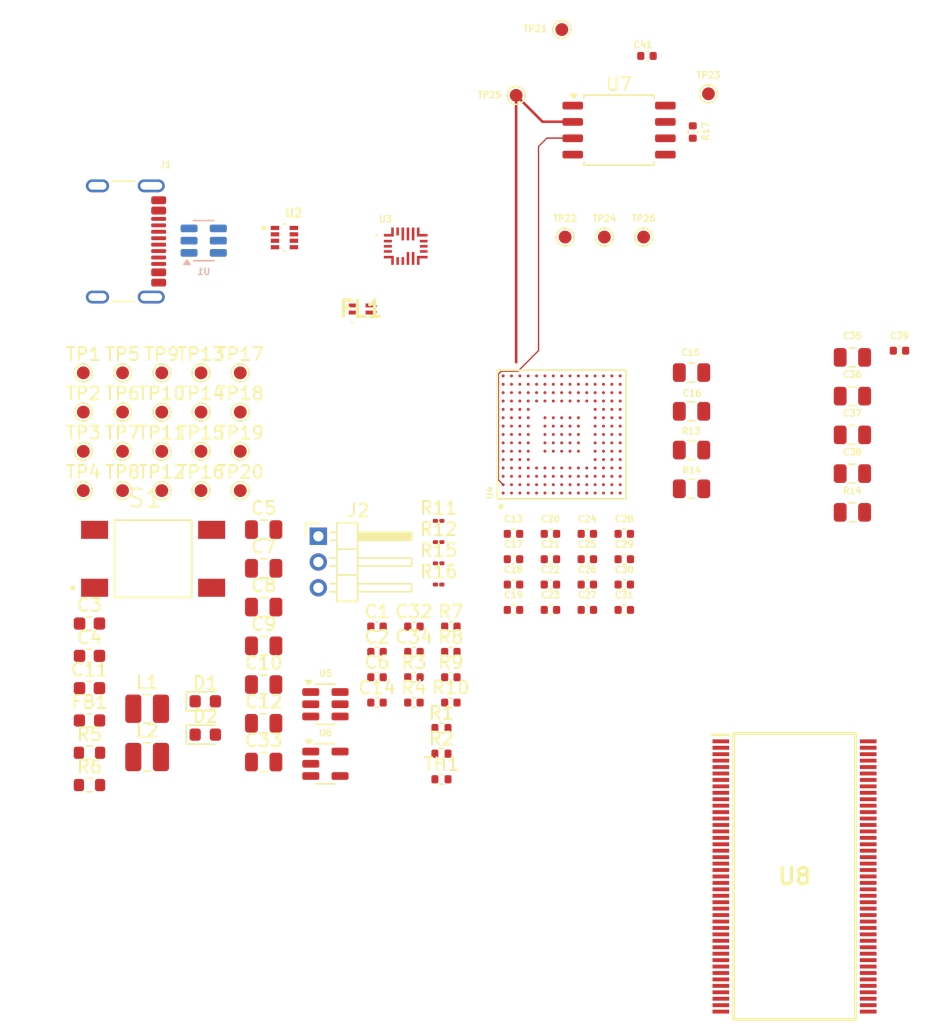
<source format=kicad_pcb>
(kicad_pcb (version 20240108) (generator "pcbnew") (generator_version "8.0")
  (layers (0 "F.Cu" signal) (1 "In1.Cu" signal) (2 "In2.Cu" signal) (3 "In3.Cu" signal) (4 "In4.Cu" signal) (5 "In5.Cu" signal) (6 "In6.Cu" signal) (31 "B.Cu" signal) (34 "B.Paste" user) (35 "F.Paste" user) (36 "B.SilkS" user "B.Silkscreen") (37 "F.SilkS" user "F.Silkscreen") (38 "B.Mask" user) (39 "F.Mask" user) (44 "Edge.Cuts" user))
  (net 0 "")
  (net 1 "/Power/VBUS+")
  (net 2 "GND")
  (net 3 "/Power/UP_USB_D-")
  (net 5 "/Power/UP_USB_D+")
  (net 6 "Net-(J1-CC1)")
  (net 7 "Net-(J1-CC2)")
  (net 9 "Net-(U2-EN)")
  (net 10 "Net-(C2-Pad1)")
  (net 11 "Net-(U2-LX1)")
  (net 12 "Net-(U2-LX2)")
  (net 13 "Net-(U2-FB)")
  (net 14 "+VSW")
  (net 15 "+3.3V")
  (net 16 "/Power/P0_USB_D+")
  (net 17 "/MCU/P1_USB_D-")
  (net 18 "/MCU/P1_USB_D+")
  (net 19 "/Power/P0_USB_D-")
  (net 20 "Net-(U3-SW)")
  (net 21 "Net-(U3-BTST)")
  (net 22 "Net-(U3-REGN)")
  (net 23 "+5V")
  (net 24 "Net-(U3-PMID)")
  (net 25 "+BATT")
  (net 26 "Net-(D1-A)")
  (net 27 "Net-(D1-K)")
  (net 28 "Net-(D2-K)")
  (net 29 "Net-(D2-A)")
  (net 30 "/Power/BQ25620_SCK")
  (net 31 "/Power/BQ25620_SDA")
  (net 32 "/Power/~{BQ25620_INT}")
  (net 33 "/Power/~{BQ25620_CE}")
  (net 36 "Net-(J2-Pin_2)")
  (net 37 "Net-(U4-NRST)")
  (net 41 "Net-(C15-Pad2)")
  (net 46 "Net-(C16-Pad2)")
  (net 53 "/MCU/FMC_A1")
  (net 58 "Net-(U4-BOOT0)")
  (net 59 "/MCU/QUADSPI_BK1_NCS")
  (net 74 "/MCU/QUADSPI_CLK")
  (net 78 "/MCU/QUADSPI_BK1_IO3")
  (net 84 "/MCU/QUADSPI_BK1_IO2")
  (net 98 "/MCU/FMC_A6")
  (net 106 "Net-(U4-PB11)")
  (net 121 "/MCU/FMC_A0")
  (net 125 "/MCU/FMC_A11")
  (net 133 "/MCU/QUADSPI_BK1_IO1")
  (net 171 "/MCU/QUADSPI_BK1_IO0")
  (net 180 "/Power/BATT_FET_FLAG")
  (net 181 "Net-(U5-In)")
  (net 182 "Net-(U5-Clear)")
  (net 184 "Net-(U5-~{Out})")
  (net 193 "/MCU/FMC_A8")
  (net 195 "/MCU/FMC_A2")
  (net 214 "/MCU/FMC_A5")
  (net 228 "/MCU/FMC_A10")
  (net 234 "/MCU/FMC_A3")
  (net 251 "/MCU/FMC_A7")
  (net 258 "/MCU/FMC_A9")
  (net 260 "/MCU/FMC_A4")
  (footprint "Resistor_SMD:R_01005_0402Metric" (layer "F.Cu") (at 120.775 70.32)
    (property "Reference" "R16")
    (property "Value" "10k")
  )
  (footprint "TestPoint:TestPoint_Pad_D1.0mm" (layer "F.Cu") (at 105.355 63.02)
    (property "Reference" "TP20")
    (property "Value" "TestPoint")
  )
  (footprint "TestPoint:TestPoint_Pad_D1.0mm" (layer "F.Cu") (at 96.205 59.97)
    (property "Reference" "TP7")
    (property "Value" "TestPoint")
  )
  (footprint "Capacitor_SMD:C_0402_1005Metric" (layer "F.Cu") (at 132.335 70.32)
    (property "Reference" "C26")
    (property "Value" "100n")
  )
  (footprint "Capacitor_SMD:C_0402_1005Metric" (layer "F.Cu") (at 121.725 75.55)
    (property "Reference" "R8")
    (property "Value" "4,7k")
  )
  (footprint "Resistor_SMD:R_0603_1608Metric" (layer "F.Cu") (at 93.635 85.9)
    (property "Reference" "R6")
    (property "Value" "511k")
  )
  (footprint "LED_SMD:LED_0603_1608Metric" (layer "F.Cu") (at 102.635 81.98)
    (property "Reference" "D2")
    (property "Value" "LED")
  )
  (footprint "Capacitor_SMD:C_0402_1005Metric" (layer "F.Cu") (at 118.855 75.55)
    (property "Reference" "C34")
    (property "Value" "100n")
  )
  (footprint "TestPoint:TestPoint_Pad_D1.0mm" (layer "F.Cu") (at 99.255 53.87)
    (property "Reference" "TP9")
    (property "Value" "TestPoint")
  )
  (footprint "TestPoint:TestPoint_Pad_D1.0mm" (layer "F.Cu") (at 99.255 63.02)
    (property "Reference" "TP12")
    (property "Value" "TestPoint")
  )
  (footprint "Capacitor_SMD:C_0603_1608Metric" (layer "F.Cu") (at 93.635 75.86)
    (property "Reference" "C4")
    (property "Value" "22u")
  )
  (footprint "TestPoint:TestPoint_Pad_D1.0mm" (layer "F.Cu") (at 99.255 56.92)
    (property "Reference" "TP10")
    (property "Value" "TestPoint")
  )
  (footprint "Capacitor_SMD:C_0805_2012Metric" (layer "F.Cu") (at 152.94 58.69)
    (property "Reference" "C37")
    (property "Value" "1u")
  )
  (footprint "Capacitor_SMD:C_0402_1005Metric" (layer "F.Cu") (at 140.53 35.16 90)
    (property "Reference" "R17")
    (property "Value" "10k")
  )
  (footprint "TestPoint:TestPoint_Pad_D1.0mm" (layer "F.Cu") (at 102.305 53.87)
    (property "Reference" "TP13")
    (property "Value" "TestPoint")
  )
  (footprint "Inductor_SMD:L_1008_2520Metric" (layer "F.Cu") (at 98.115 79.97)
    (property "Reference" "L1")
    (property "Value" "1u")
  )
  (footprint "Connector_PinHeader_2.00mm:PinHeader_1x03_P2.00mm_Horizontal" (layer "F.Cu") (at 111.425 66.57)
    (property "Reference" "J2")
    (property "Value" "Conn_01x03_Pin")
  )
  (footprint "TestPoint:TestPoint_Pad_D1.0mm" (layer "F.Cu") (at 96.205 63.02)
    (property "Reference" "TP8")
    (property "Value" "TestPoint")
  )
  (footprint "TestPoint:TestPoint_Pad_D1.0mm" (layer "F.Cu") (at 102.305 56.92)
    (property "Reference" "TP14")
    (property "Value" "TestPoint")
  )
  (footprint "TestPoint:TestPoint_Pad_D1.0mm" (layer "F.Cu") (at 141.75 32.19)
    (property "Reference" "TP23")
    (property "Value" "TestPoint")
  )
  (footprint "Capacitor_SMD:C_0402_1005Metric" (layer "F.Cu") (at 132.335 68.35)
    (property "Reference" "C25")
    (property "Value" "100n")
  )
  (footprint "Capacitor_SMD:C_0805_2012Metric" (layer "F.Cu") (at 107.175 75.08)
    (property "Reference" "C9")
    (property "Value" "1u")
  )
  (footprint "UniversalRemoteControllerLibrary:SOTFL50P160X60-8N" (layer "F.Cu") (at 108.79 43.36)
    (property "Reference" "U2")
    (property "Value" "TPS631000DRLR")
  )
  (footprint "Capacitor_SMD:C_0402_1005Metric" (layer "F.Cu") (at 115.985 77.52)
    (property "Reference" "C6")
    (property "Value" "47n")
  )
  (footprint "Capacitor_SMD:C_0402_1005Metric" (layer "F.Cu") (at 126.595 70.32)
    (property "Reference" "C18")
    (property "Value" "100n")
  )
  (footprint "Inductor_SMD:L_1008_2520Metric" (layer "F.Cu") (at 98.115 83.72)
    (property "Reference" "L2")
    (property "Value" "1u")
  )
  (footprint "TestPoint:TestPoint_Pad_D1.0mm" (layer "F.Cu") (at 130.35 27.2)
    (property "Reference" "TP21")
    (property "Value" "TestPoint")
  )
  (footprint "Capacitor_SMD:C_0402_1005Metric" (layer "F.Cu") (at 121.725 77.52)
    (property "Reference" "R9")
    (property "Value" "4,7k")
  )
  (footprint "TestPoint:TestPoint_Pad_D1.0mm" (layer "F.Cu") (at 136.71 43.32)
    (property "Reference" "TP26")
    (property "Value" "TestPoint")
  )
  (footprint "Capacitor_SMD:C_0805_2012Metric" (layer "F.Cu") (at 152.94 55.68)
    (property "Reference" "C36")
    (property "Value" "1u")
  )
  (footprint "Capacitor_SMD:C_0402_1005Metric" (layer "F.Cu") (at 126.595 66.38)
    (property "Reference" "C13")
    (property "Value" "100n")
  )
  (footprint "Capacitor_SMD:C_0402_1005Metric" (layer "F.Cu") (at 118.855 73.58)
    (property "Reference" "C32")
    (property "Value" "100n")
  )
  (footprint "UniversalRemoteControllerLibrary:BQ25620RYKR" (layer "F.Cu") (at 118.215 44.03)
    (property "Reference" "U3")
    (property "Value" "BQ25620RYKR" (hide yes))
  )
  (footprint "TestPoint:TestPoint_Pad_D1.0mm" (layer "F.Cu") (at 96.205 53.87)
    (property "Reference" "TP5")
    (property "Value" "TestPoint")
  )
  (footprint "Capacitor_SMD:C_0805_2012Metric" (layer "F.Cu") (at 107.175 81.1)
    (property "Reference" "C12")
    (property "Value" "10u")
  )
  (footprint "Capacitor_SMD:C_0402_1005Metric" (layer "F.Cu") (at 129.465 66.38)
    (property "Reference" "C20")
    (property "Value" "100n")
  )
  (footprint "TestPoint:TestPoint_Pad_D1.0mm" (layer "F.Cu") (at 102.305 59.97)
    (property "Reference" "TP15")
    (property "Value" "TestPoint")
  )
  (footprint "Capacitor_SMD:C_0805_2012Metric" (layer "F.Cu") (at 140.435 53.85)
    (property "Reference" "C15")
    (property "Value" "2u2")
  )
  (footprint "UniversalRemoteControllerLibrary:SW_TL3301NF260QG" (layer "F.Cu") (at 98.58 68.32)
    (property "Reference" "S1")
    (property "Value" "TL3301NF260QG")
  )
  (footprint "Capacitor_SMD:C_0402_1005Metric" (layer "F.Cu") (at 115.985 75.55)
    (property "Reference" "C2")
    (property "Value" "100n")
  )
  (footprint "TestPoint:TestPoint_Pad_D1.0mm" (layer "F.Cu") (at 130.61 43.32)
    (property "Reference" "TP22")
    (property "Value" "TestPoint")
  )
  (footprint "TestPoint:TestPoint_Pad_D1.0mm" (layer "F.Cu") (at 105.355 53.87)
    (property "Reference" "TP17")
    (property "Value" "TestPoint")
  )
  (footprint "Capacitor_SMD:C_0805_2012Metric" (layer "F.Cu") (at 107.175 66.05)
    (property "Reference" "C5")
    (property "Value" "47u")
  )
  (footprint "Capacitor_SMD:C_0402_1005Metric" (layer "F.Cu") (at 129.465 68.35)
    (property "Reference" "C21")
    (property "Value" "100n")
  )
  (footprint "TestPoint:TestPoint_Pad_D1.0mm" (layer "F.Cu") (at 93.155 63.02)
    (property "Reference" "TP4")
    (property "Value" "TestPoint")
  )
  (footprint "Resistor_SMD:R_0402_1005Metric" (layer "F.Cu") (at 120.995 83.46)
    (property "Reference" "R2")
    (property "Value" "5,1k")
  )
  (footprint "Resistor_SMD:R_0402_1005Metric" (layer "F.Cu") (at 120.995 85.45)
    (property "Reference" "TH1")
    (property "Value" "1A")
  )
  (footprint "Inductor_SMD:L_0603_1608Metric" (layer "F.Cu") (at 93.635 80.88)
    (property "Reference" "FB1")
    (property "Value" "BLM18PG330SN1D")
  )
  (footprint "Capacitor_SMD:C_0805_2012Metric" (layer "F.Cu") (at 140.435 59.87)
    (property "Reference" "R13")
    (property "Value" "10k")
  )
  (footprint "Capacitor_SMD:C_0805_2012Metric" (layer "F.Cu") (at 152.94 64.71)
    (property "Reference" "R14")
    (property "Value" "10k")
  )
  (footprint "TestPoint:TestPoint_Pad_D1.0mm" (layer "F.Cu") (at 93.155 53.87)
    (property "Reference" "TP1")
    (property "Value" "TestPoint")
  )
  (footprint "Capacitor_SMD:C_0402_1005Metric" (layer "F.Cu") (at 118.855 79.49)
    (property "Reference" "R4")
    (property "Value" "4,7k")
  )
  (footprint "TestPoint:TestPoint_Pad_D1.0mm" (layer "F.Cu") (at 133.66 43.32)
    (property "Reference" "TP24")
    (property "Value" "TestPoint")
  )
  (footprint "Resistor_SMD:R_0603_1608Metric" (layer "F.Cu") (at 93.635 83.39)
    (property "Reference" "R5")
    (property "Value" "91k")
  )
  (footprint "Capacitor_SMD:C_0402_1005Metric" (layer "F.Cu") (at 135.205 70.32)
    (property "Reference" "C30")
    (property "Value" "100n")
  )
  (footprint "Capacitor_SMD:C_0402_1005Metric" (layer "F.Cu") (at 135.205 72.29)
    (property "Reference" "C31")
    (property "Value" "100n")
  )
  (footprint "Capacitor_SMD:C_0805_2012Metric" (layer "F.Cu") (at 107.175 84.11)
    (property "Reference" "C33")
    (property "Value" "120u")
  )
  (footprint "UniversalRemoteControllerLibrary:SOIC-8_5.23x5.23mm_P1.27mm" (layer "F.Cu") (at 134.8 35.01)
    (property "Reference" "U7")
    (property "Value" "W25Q128JVS")
  )
  (footprint "Capacitor_SMD:C_0402_1005Metric" (layer "F.Cu") (at 126.595 72.29)
    (property "Reference" "C19")
    (property "Value" "100n")
  )
  (footprint "TestPoint:TestPoint_Pad_D1.0mm" (layer "F.Cu") (at 99.255 59.97)
    (property "Reference" "TP11")
    (property "Value" "TestPoint")
  )
  (footprint "TestPoint:TestPoint_Pad_D1.0mm" (layer "F.Cu") (at 102.305 63.02)
    (property "Reference" "TP16")
    (property "Value" "TestPoint")
  )
  (footprint "Capacitor_SMD:C_0805_2012Metric" (layer "F.Cu") (at 152.94 52.67)
    (property "Reference" "C35")
    (property "Value" "4,7u")
  )
  (footprint "Capacitor_SMD:C_0805_2012Metric" (layer "F.Cu") (at 140.435 62.88)
    (property "Reference" "R14")
    (property "Value" "10k")
  )
  (footprint "Capacitor_SMD:C_0402_1005Metric" (layer "F.Cu") (at 126.595 68.35)
    (property "Reference" "C17")
    (property "Value" "100n")
  )
  (footprint "Resistor_SMD:R_01005_0402Metric" (layer "F.Cu") (at 120.775 68.67)
    (property "Reference" "R15")
    (property "Value" "10k")
  )
  (footprint "Capacitor_SMD:C_0805_2012Metric" (layer "F.Cu") (at 107.175 69.06)
    (property "Reference" "C7")
    (property "Value" "4,7u")
  )
  (footprint "Resistor_SMD:R_01005_0402Metric" (layer "F.Cu") (at 120.775 67.02)
    (property "Reference" "R12")
    (property "Value" "10k")
  )
  (footprint "Capacitor_SMD:C_0402_1005Metric" (layer "F.Cu") (at 132.335 66.38)
    (property "Reference" "C24")
    (property "Value" "100n")
  )
  (footprint "Capacitor_SMD:C_0402_1005Metric" (layer "F.Cu") (at 115.985 79.49)
    (property "Reference" "C14")
    (property "Value" "100n")
  )
  (footprint "Capacitor_SMD:C_0603_1608Metric" (layer "F.Cu") (at 93.635 73.35)
    (property "Reference" "C3")
    (property "Value" "4,7u")
  )
  (footprint "Package_TO_SOT_SMD:SOT-23-6" (layer "F.Cu") (at 111.975 79.62)
    (property "Reference" "U5")
    (property "Value" "MAX16054AZT")
  )
  (footprint "Capacitor_SMD:C_0402_1005Metric" (layer "F.Cu") (at 135.205 66.38)
    (property "Reference" "C28")
    (property "Value" "100n")
  )
  (footprint "LED_SMD:LED_0603_1608Metric" (layer "F.Cu") (at 102.635 79.39)
    (property "Reference" "D1")
    (property "Value" "LED")
  )
  (footprint "UniversalRemoteControllerLibrary:0603USB142MLC" (layer "F.Cu") (at 114.73 48.91 180)
    (property "Reference" "FL1")
    (property "Value" "Choke_Coilcraft_0603USB-142" (hide yes))
  )
  (footprint "Capacitor_SMD:C_0805_2012Metric" (layer "F.Cu") (at 107.175 78.09)
    (property "Reference" "C10")
    (property "Value" "10u")
  )
  (footprint "Capacitor_SMD:C_0402_1005Metric" (layer "F.Cu") (at 156.6 52.15)
    (property "Reference" "C39")
    (property "Value" "100n")
  )
  (footprint "Capacitor_SMD:C_0402_1005Metric" (layer "F.Cu") (at 135.205 68.35)
    (property "Reference" "C29")
    (property "Value" "100n")
  )
  (footprint "Capacitor_SMD:C_0402_1005Metric" (layer "F.Cu") (at 121.725 73.58)
    (property "Reference" "R7")
    (property "Value" "4,7k")
  )
  (footprint "Capacitor_SMD:C_0805_2012Metric" (layer "F.Cu") (at 140.435 56.86)
    (property "Reference" "C16")
    (property "Value" "2u2")
  )
  (footprint "TestPoint:TestPoint_Pad_D1.0mm" (layer "F.Cu") (at 93.155 59.97)
    (property "Reference" "TP3")
    (property "Value" "TestPoint")
  )
  (footprint "Capacitor_SMD:C_0805_2012Metric" (layer "F.Cu") (at 152.94 61.7)
    (property "Reference" "C38")
    (property "Value" "1u")
  )
  (footprint "Capacitor_SMD:C_0402_1005Metric" (layer "F.Cu") (at 115.985 73.58)
    (property "Reference" "C1")
    (property "Value" "10n")
  )
  (footprint "Capacitor_SMD:C_0402_1005Metric" (layer "F.Cu") (at 129.465 72.29)
    (property "Reference" "C23")
    (property "Value" "100n")
  )
  (footprint "Resistor_SMD:R_01005_0402Metric" (layer "F.Cu") (at 120.775 65.37)
    (property "Reference" "R11")
    (property "Value" "10k")
  )
  (footprint "Capacitor_SMD:C_0402_1005Metric" (layer "F.Cu") (at 129.465 70.32)
    (property "Reference" "C22")
    (property "Value" "100n")
  )
  (footprint "TestPoint:TestPoint_Pad_D1.0mm" (layer "F.Cu") (at 105.355 56.92)
    (property "Reference" "TP18")
    (property "Value" "TestPoint")
  )
  (footprint "TestPoint:TestPoint_Pad_D1.0mm" (layer "F.Cu") (at 93.155 56.92)
    (property "Reference" "TP2")
    (property "Value" "TestPoint")
  )
  (footprint "Capacitor_SMD:C_0402_1005Metric" (layer "F.Cu") (at 118.855 77.52)
    (property "Reference" "R3")
    (property "Value" "4,7k")
  )
  (footprint "TestPoint:TestPoint_Pad_D1.0mm" (layer "F.Cu") (at 105.355 59.97)
    (property "Reference" "TP19")
    (property "Value" "TestPoint")
  )
  (footprint "Connector_USB:USB_C_Receptacle_GCT_USB4105-xx-A_16P_TopMnt_Horizontal" (layer "F.Cu") (at 95.33 43.66 -90)
    (property "Reference" "J1")
    (property "Value" "USB_C_Receptacle_USB2.0_16P")
  )
  (footprint "UniversalRemoteControllerLibrary:BGA201C65P15X15_1000X1000X60" (layer "F.Cu") (at 130.34 58.66 90)
    (property "Reference" "U4")
    (property "Value" "STM32H750IBKx")
  )
  (footprint "UniversalRemoteControllerLibrary:SOP50P1176X120-86N" (layer "F.Cu") (at 148.442 93)
    (property "Reference" "U8")
    (property "Value" "IS42S32400F-6TLI" (hide yes))
  )
  (footprint "Resistor_SMD:R_0402_1005Metric" (layer "F.Cu") (at 120.995 81.47)
    (property "Reference" "R1")
    (property "Value" "5,1k")
  )
  (footprint "Capacitor_SMD:C_0402_1005Metric" (layer "F.Cu") (at 121.725 79.49)
    (property "Reference" "R10")
    (property "Value" "4,7k")
  )
  (footprint "TestPoint:TestPoint_Pad_D1.0mm" (layer "F.Cu") (at 126.8 32.31)
    (property "Reference" "TP25")
    (property "Value" "TestPoint")
  )
  (footprint "Capacitor_SMD:C_0603_1608Metric" (layer "F.Cu") (at 93.635 78.37)
    (property "Reference" "C11")
    (property "Value" "0,1u")
  )
  (footprint "TestPoint:TestPoint_Pad_D1.0mm" (layer "F.Cu") (at 96.205 56.92)
    (property "Reference" "TP6")
    (property "Value" "TestPoint")
  )
  (footprint "Capacitor_SMD:C_0805_2012Metric" (layer "F.Cu") (at 107.175 72.07)
    (property "Reference" "C8")
    (property "Value" "20u")
  )
  (footprint "Capacitor_SMD:C_0402_1005Metric" (layer "F.Cu") (at 136.97 29.25 180)
    (property "Reference" "C41")
    (property "Value" "100n")
  )
  (footprint "Capacitor_SMD:C_0402_1005Metric" (layer "F.Cu") (at 132.335 72.29)
    (property "Reference" "C27")
    (property "Value" "100n")
  )
  (footprint "Package_TO_SOT_SMD:SOT-23-5" (layer "F.Cu") (at 111.975 84.245)
    (property "Reference" "U6")
    (property "Value" "AP2161W")
  )
  (footprint "Package_TO_SOT_SMD:SOT-23-6" (layer "B.Cu") (at 102.51 43.6)
    (property "Reference" "U1")
    (property "Value" "USBLC6-2SC6")
  )
  (segment (start 115.820001 49.185) (end 115.870001 49.135) (width 0.2) (layer "F.Cu") (net 17))
  (segment (start 115.385 49.185) (end 115.820001 49.185) (width 0.2) (layer "F.Cu") (net 17))
  (segment (start 115.820001 48.635) (end 115.870001 48.685) (width 0.2) (layer "F.Cu") (net 18))
  (segment (start 115.385 48.635) (end 115.820001 48.635) (width 0.2) (layer "F.Cu") (net 18))
  (segment (start 125.42 62.19) (end 125.79 62.56) (width 0.1) (layer "F.Cu") (net 84))
  (segment (start 126.938812 53.745) (end 125.638812 53.745) (width 0.1) (layer "F.Cu") (net 84))
  (segment (start 129.19 35.63) (end 128.54 36.28) (width 0.1) (layer "F.Cu") (net 84))
  (segment (start 130.69 35.63) (end 129.19 35.63) (width 0.1) (layer "F.Cu") (net 84))
  (segment (start 130.59 35.63) (end 130.69 35.63) (width 0.1) (layer "F.Cu") (net 84))
  (segment (start 128.54 36.28) (end 128.54 52.143812) (width 0.1) (layer "F.Cu") (net 84))
  (segment (start 130.53 35.57) (end 130.59 35.63) (width 0.1) (layer "F.Cu") (net 84))
  (segment (start 125.638812 53.745) (end 125.42 53.963812) (width 0.1) (layer "F.Cu") (net 84))
  (segment (start 125.42 53.963812) (end 125.42 62.19) (width 0.1) (layer "F.Cu") (net 84))
  (segment (start 128.54 52.143812) (end 126.938812 53.745) (width 0.1) (layer "F.Cu") (net 84))
  (segment (start 126.8 53.03) (end 126.81 53.04) (width 0.2) (layer "F.Cu") (net 133))
  (segment (start 128.85 34.36) (end 126.8 32.31) (width 0.2) (layer "F.Cu") (net 133))
  (segment (start 126.8 32.31) (end 126.8 53.03) (width 0.2) (layer "F.Cu") (net 133))
  (segment (start 130.69 34.36) (end 128.85 34.36) (width 0.2) (layer "F.Cu") (net 133))
)
</source>
